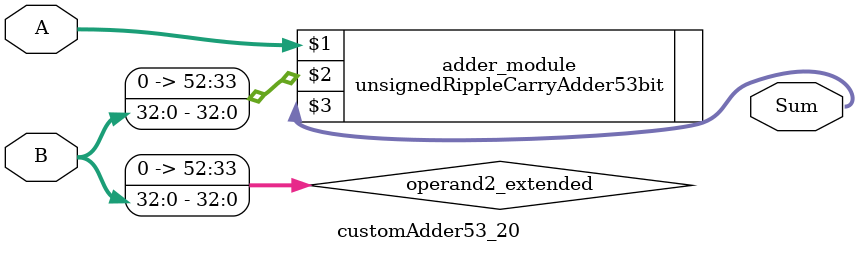
<source format=v>
module customAdder53_20(
                        input [52 : 0] A,
                        input [32 : 0] B,
                        
                        output [53 : 0] Sum
                );

        wire [52 : 0] operand2_extended;
        
        assign operand2_extended =  {20'b0, B};
        
        unsignedRippleCarryAdder53bit adder_module(
            A,
            operand2_extended,
            Sum
        );
        
        endmodule
        
</source>
